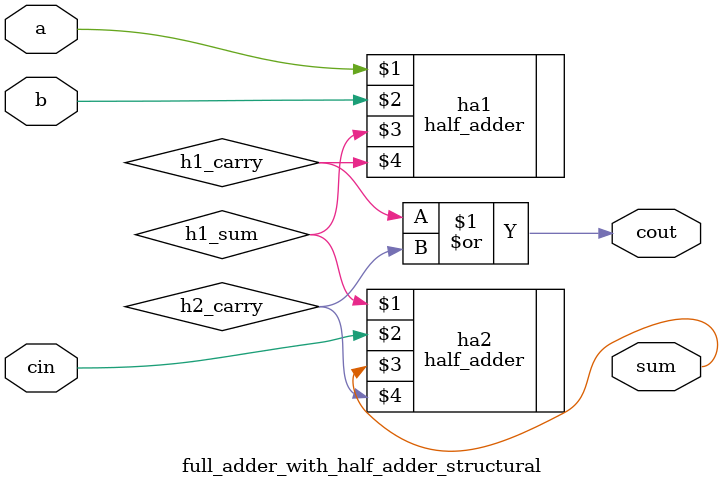
<source format=v>
`timescale 1ns/1ps
module full_adder_with_half_adder_structural(
    input wire a, b, cin,
    output wire sum, cout
);

    // Internal wires
    wire h1_sum, h1_carry, h2_sum, h2_carry;
    
    // Instantiate half adders
    half_adder ha1(a, b, h1_sum, h1_carry);
    half_adder ha2(h1_sum, cin, sum, h2_carry);
    
    // Output carry
    assign cout = h1_carry | h2_carry;

endmodule

</source>
